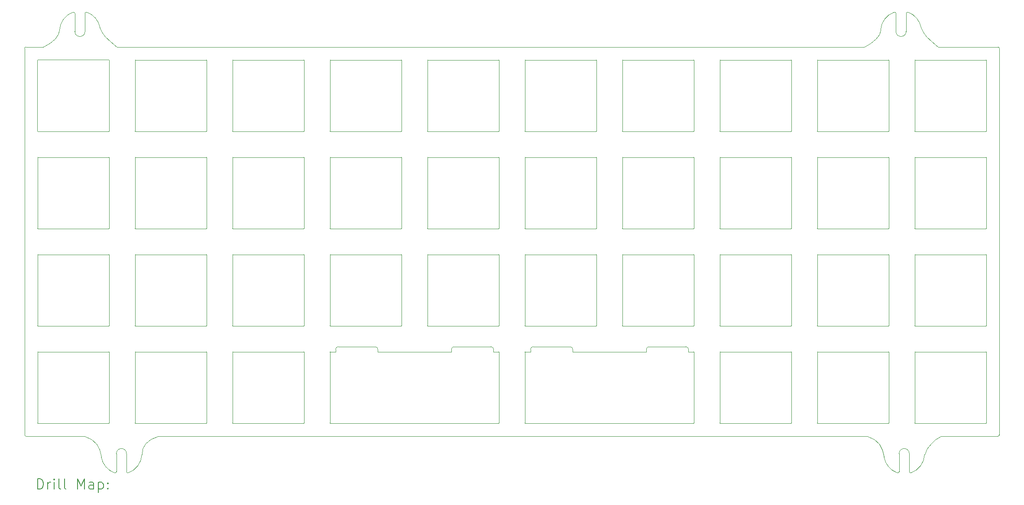
<source format=gbr>
%FSLAX45Y45*%
G04 Gerber Fmt 4.5, Leading zero omitted, Abs format (unit mm)*
G04 Created by KiCad (PCBNEW (6.0.0)) date 2023-02-08 23:36:18*
%MOMM*%
%LPD*%
G01*
G04 APERTURE LIST*
%TA.AperFunction,Profile*%
%ADD10C,0.100000*%
%TD*%
%ADD11C,0.200000*%
G04 APERTURE END LIST*
D10*
X12344000Y-8861000D02*
G75*
G03*
X12339000Y-8856000I-5000J0D01*
G01*
X7134000Y-12156000D02*
X7134000Y-10766000D01*
X19959000Y-6446000D02*
X18569000Y-6446000D01*
X6624000Y-8351000D02*
X5234000Y-8351000D01*
X18564000Y-6441000D02*
G75*
G03*
X18569000Y-6446000I5000J0D01*
G01*
X10439000Y-8861000D02*
G75*
G03*
X10434000Y-8856000I-5000J0D01*
G01*
X13370000Y-10661735D02*
X13609898Y-10661735D01*
X12339000Y-8351000D02*
X10949000Y-8351000D01*
X20469000Y-10251000D02*
X20469000Y-8861000D01*
X22268208Y-12755486D02*
X22268208Y-13109040D01*
X19959000Y-8351000D02*
G75*
G03*
X19964000Y-8346000I0J5000D01*
G01*
X20474000Y-5046000D02*
X21864000Y-5046000D01*
X22379000Y-8856000D02*
X23769000Y-8856000D01*
X19959000Y-12161000D02*
X18569000Y-12161000D01*
X8529000Y-10256000D02*
X7139000Y-10256000D01*
X12849000Y-10251000D02*
X12849000Y-8861000D01*
X7139000Y-5046000D02*
G75*
G03*
X7134000Y-5051000I0J-5000D01*
G01*
X10439000Y-6956000D02*
X10439000Y-8346000D01*
X22500959Y-4419755D02*
X22534224Y-4502062D01*
X22006669Y-4487100D02*
G75*
G03*
X22206669Y-4487100I100000J0D01*
G01*
X10434000Y-10256000D02*
G75*
G03*
X10439000Y-10251000I0J5000D01*
G01*
X16659000Y-8346000D02*
X16659000Y-6956000D01*
X10944000Y-8346000D02*
G75*
G03*
X10949000Y-8351000I5000J0D01*
G01*
X20469000Y-8346000D02*
X20469000Y-6956000D01*
X6445428Y-12682278D02*
X6382022Y-12566118D01*
X22616557Y-12664534D02*
X22685588Y-12567276D01*
X6624000Y-12161000D02*
G75*
G03*
X6629000Y-12156000I0J5000D01*
G01*
X6279856Y-12477054D02*
X6143251Y-12412064D01*
X6629000Y-8861000D02*
X6629000Y-10251000D01*
X18059000Y-6956000D02*
G75*
G03*
X18054000Y-6951000I-5000J0D01*
G01*
X16664000Y-6951000D02*
G75*
G03*
X16659000Y-6956000I0J-5000D01*
G01*
X21707104Y-4468455D02*
X21680358Y-4553888D01*
X23769000Y-8351000D02*
G75*
G03*
X23774000Y-8346000I0J5000D01*
G01*
X14754000Y-12156000D02*
G75*
G03*
X14759000Y-12161000I5000J0D01*
G01*
X7134000Y-6441000D02*
X7134000Y-5051000D01*
X14759000Y-5046000D02*
G75*
G03*
X14754000Y-5051000I0J-5000D01*
G01*
X20469000Y-12156000D02*
G75*
G03*
X20474000Y-12161000I5000J0D01*
G01*
X21864000Y-6446000D02*
X20474000Y-6446000D01*
X22567774Y-12774122D02*
X22616557Y-12664534D01*
X5234000Y-6951000D02*
G75*
G03*
X5229000Y-6956000I0J-5000D01*
G01*
X6968208Y-12755486D02*
X6968208Y-13109039D01*
X14244000Y-6446000D02*
X12854000Y-6446000D01*
X23769000Y-10256000D02*
G75*
G03*
X23774000Y-10251000I0J5000D01*
G01*
X6624000Y-10256000D02*
G75*
G03*
X6629000Y-10251000I0J5000D01*
G01*
X10439000Y-5051000D02*
G75*
G03*
X10434000Y-5046000I-5000J0D01*
G01*
X23769000Y-8351000D02*
X22379000Y-8351000D01*
X9039000Y-12156000D02*
G75*
G03*
X9044000Y-12161000I5000J0D01*
G01*
X16664000Y-6951000D02*
X18054000Y-6951000D01*
X22301541Y-13132610D02*
G75*
G03*
X22567774Y-12774122I-133333J377124D01*
G01*
X6624000Y-12161000D02*
X5234000Y-12161000D01*
X21869000Y-6956000D02*
X21869000Y-8346000D01*
X7139000Y-6951000D02*
X8529000Y-6951000D01*
X9039000Y-6441000D02*
X9039000Y-5051000D01*
X6626671Y-5050307D02*
X6626671Y-6440306D01*
X16664000Y-8856000D02*
X18054000Y-8856000D01*
X14248985Y-10766741D02*
G75*
G03*
X14243985Y-10761741I-5000J0D01*
G01*
X19959000Y-6446000D02*
G75*
G03*
X19964000Y-6441000I0J5000D01*
G01*
X16154000Y-6956000D02*
X16154000Y-8346000D01*
X19964000Y-8861000D02*
X19964000Y-10251000D01*
X18564000Y-12156000D02*
G75*
G03*
X18569000Y-12161000I5000J0D01*
G01*
X18054000Y-10256000D02*
X16664000Y-10256000D01*
X5001376Y-4792064D02*
G75*
G03*
X4976376Y-4817064I0J-25000D01*
G01*
X12339000Y-6446000D02*
X10949000Y-6446000D01*
X16664000Y-12161000D02*
X14759000Y-12161000D01*
X7139000Y-8856000D02*
G75*
G03*
X7134000Y-8861000I0J-5000D01*
G01*
X20474000Y-8856000D02*
G75*
G03*
X20469000Y-8861000I0J-5000D01*
G01*
X21869000Y-8861000D02*
G75*
G03*
X21864000Y-8856000I-5000J0D01*
G01*
X9039000Y-8346000D02*
X9039000Y-6956000D01*
X9044000Y-10761000D02*
G75*
G03*
X9039000Y-10766000I0J-5000D01*
G01*
X6190002Y-4109976D02*
G75*
G03*
X6156669Y-4133546I-8333J-23570D01*
G01*
X5226671Y-6440306D02*
X5226671Y-5050307D01*
X12849000Y-10251000D02*
G75*
G03*
X12854000Y-10256000I5000J0D01*
G01*
X20474000Y-5046000D02*
G75*
G03*
X20469000Y-5051000I0J-5000D01*
G01*
X6473920Y-12822845D02*
X6445428Y-12682278D01*
X21578872Y-12478477D02*
X21443251Y-12412064D01*
X6629000Y-10766000D02*
X6629000Y-12156000D01*
X8534000Y-8861000D02*
G75*
G03*
X8529000Y-8856000I-5000J0D01*
G01*
X22702839Y-4688700D02*
X22833712Y-4792064D01*
X16659000Y-10251000D02*
G75*
G03*
X16664000Y-10256000I5000J0D01*
G01*
X17952498Y-10711735D02*
X17952498Y-10761735D01*
X9044000Y-8856000D02*
G75*
G03*
X9039000Y-8861000I0J-5000D01*
G01*
X23769000Y-10256000D02*
X22379000Y-10256000D01*
X14142498Y-10711735D02*
G75*
G03*
X14092498Y-10661735I-50000J0D01*
G01*
X14754000Y-12156000D02*
X14753982Y-10766717D01*
X22374000Y-10251000D02*
X22374000Y-8861000D01*
X23774000Y-6956000D02*
X23774000Y-8346000D01*
X18054000Y-12161000D02*
G75*
G03*
X18059000Y-12156000I0J5000D01*
G01*
X14248985Y-10766741D02*
X14249000Y-12156000D01*
X22268208Y-12755486D02*
G75*
G03*
X22068208Y-12755496I-100000J0D01*
G01*
X12344000Y-6956000D02*
X12344000Y-8346000D01*
X14249000Y-6956000D02*
X14249000Y-8346000D01*
X5567438Y-4636293D02*
X5466569Y-4715519D01*
X10434000Y-12161000D02*
X9044000Y-12161000D01*
X12854000Y-6951000D02*
X14244000Y-6951000D01*
X21973336Y-4109976D02*
G75*
G03*
X21707103Y-4468467I133333J-377124D01*
G01*
X12339000Y-10256000D02*
G75*
G03*
X12344000Y-10251000I0J5000D01*
G01*
X21773918Y-12822834D02*
X21744467Y-12683683D01*
X6629000Y-6956000D02*
X6629000Y-8346000D01*
X5229000Y-8346000D02*
X5229000Y-6956000D01*
X6652839Y-4688700D02*
X6783712Y-4792064D01*
X8534000Y-10766000D02*
G75*
G03*
X8529000Y-10761000I-5000J0D01*
G01*
X11104898Y-10661735D02*
X11827400Y-10661735D01*
X10949000Y-5046000D02*
X12339000Y-5046000D01*
X6621671Y-6445306D02*
G75*
G03*
X6626671Y-6440306I0J5000D01*
G01*
X12854000Y-12161000D02*
X10949000Y-12161000D01*
X16664000Y-8856000D02*
G75*
G03*
X16659000Y-8861000I0J-5000D01*
G01*
X18569000Y-6951000D02*
X19959000Y-6951000D01*
X21869000Y-5051000D02*
G75*
G03*
X21864000Y-5046000I-5000J0D01*
G01*
X22034874Y-13132610D02*
G75*
G03*
X22068208Y-13109039I8333J23570D01*
G01*
X8529000Y-6446000D02*
X7139000Y-6446000D01*
X18564000Y-12156000D02*
X18564000Y-10766000D01*
X12339000Y-6446000D02*
G75*
G03*
X12344000Y-6441000I0J5000D01*
G01*
X23774000Y-8861000D02*
X23774000Y-10251000D01*
X22534224Y-4502062D02*
X22601099Y-4591620D01*
X21869372Y-10766000D02*
G75*
G03*
X21864372Y-10761000I-5000J0D01*
G01*
X18054000Y-6446000D02*
G75*
G03*
X18059000Y-6441000I0J5000D01*
G01*
X18059000Y-5051000D02*
G75*
G03*
X18054000Y-5046000I-5000J0D01*
G01*
X21864000Y-8351000D02*
X20474000Y-8351000D01*
X14759000Y-6951000D02*
G75*
G03*
X14754000Y-6956000I0J-5000D01*
G01*
X19959000Y-10256000D02*
X18569000Y-10256000D01*
X19964000Y-5051000D02*
G75*
G03*
X19959000Y-5046000I-5000J0D01*
G01*
X22379000Y-8856000D02*
G75*
G03*
X22374000Y-8861000I0J-5000D01*
G01*
X7139000Y-10761000D02*
X8529000Y-10761000D01*
X18054000Y-6446000D02*
X16664000Y-6446000D01*
X12849000Y-6441000D02*
X12849000Y-5051000D01*
X12854000Y-8856000D02*
G75*
G03*
X12849000Y-8861000I0J-5000D01*
G01*
X8534000Y-6956000D02*
G75*
G03*
X8529000Y-6951000I-5000J0D01*
G01*
X14244000Y-10256000D02*
X12854000Y-10256000D01*
X18054000Y-10256000D02*
G75*
G03*
X18059000Y-10251000I0J5000D01*
G01*
X18054000Y-12161000D02*
X16664000Y-12161000D01*
X10434000Y-6446000D02*
G75*
G03*
X10439000Y-6441000I0J5000D01*
G01*
X14759000Y-8856000D02*
G75*
G03*
X14754000Y-8861000I0J-5000D01*
G01*
X17419898Y-10661735D02*
X17902498Y-10661735D01*
X23774000Y-10766000D02*
G75*
G03*
X23769000Y-10761000I-5000J0D01*
G01*
X21864000Y-10256000D02*
X20474000Y-10256000D01*
X18059000Y-8861000D02*
X18059000Y-10251000D01*
X16149000Y-10256000D02*
X14759000Y-10256000D01*
X16154000Y-8861000D02*
X16154000Y-10251000D01*
X5466569Y-4715519D02*
X5333683Y-4792064D01*
X21773918Y-12822834D02*
G75*
G03*
X22034874Y-13132610I394290J67348D01*
G01*
X21680701Y-12568041D02*
X21578872Y-12478477D01*
X5229000Y-12156000D02*
X5229000Y-10766000D01*
X18564000Y-10251000D02*
X18564000Y-8861000D01*
X17180000Y-10661735D02*
G75*
G03*
X17130000Y-10711735I0J-50000D01*
G01*
X6624000Y-10256000D02*
X5234000Y-10256000D01*
X18569000Y-5046000D02*
X19959000Y-5046000D01*
X22379000Y-5046000D02*
G75*
G03*
X22374000Y-5051000I0J-5000D01*
G01*
X22006669Y-4487100D02*
X22006669Y-4133546D01*
X5001376Y-4792064D02*
X5333683Y-4792064D01*
X11054898Y-10761735D02*
X11054898Y-10711735D01*
X7139000Y-10761000D02*
G75*
G03*
X7134000Y-10766000I0J-5000D01*
G01*
X22833712Y-4792064D02*
X24001376Y-4792064D01*
X18569000Y-8856000D02*
X19959000Y-8856000D01*
X17952498Y-10761735D02*
X18053997Y-10761823D01*
X5956669Y-4133546D02*
G75*
G03*
X5923336Y-4109975I-25000J0D01*
G01*
X5956669Y-4487100D02*
X5956669Y-4133546D01*
X24001376Y-12412064D02*
G75*
G03*
X24026376Y-12387064I0J25000D01*
G01*
X22374000Y-12156000D02*
G75*
G03*
X22379000Y-12161000I5000J0D01*
G01*
X10439000Y-10766000D02*
X10439000Y-12156000D01*
X22374000Y-6441000D02*
G75*
G03*
X22379000Y-6446000I5000J0D01*
G01*
X14759000Y-8856000D02*
X16149000Y-8856000D01*
X8534000Y-10766000D02*
X8534000Y-12156000D01*
X20469000Y-8346000D02*
G75*
G03*
X20474000Y-8351000I5000J0D01*
G01*
X14249000Y-5051000D02*
X14249000Y-6441000D01*
X9044000Y-8856000D02*
X10434000Y-8856000D01*
X22068208Y-12755496D02*
X22068208Y-13109039D01*
X7139000Y-8856000D02*
X8529000Y-8856000D01*
X7134000Y-8346000D02*
X7134000Y-6956000D01*
X19964000Y-8861000D02*
G75*
G03*
X19959000Y-8856000I-5000J0D01*
G01*
X23769000Y-12161000D02*
X22379000Y-12161000D01*
X5234000Y-10761000D02*
X6624000Y-10761000D01*
X6629000Y-10766000D02*
G75*
G03*
X6624000Y-10761000I-5000J0D01*
G01*
X7134000Y-8346000D02*
G75*
G03*
X7139000Y-8351000I5000J0D01*
G01*
X10434000Y-8351000D02*
X9044000Y-8351000D01*
X6621671Y-6445306D02*
X5231671Y-6445306D01*
X21869000Y-6956000D02*
G75*
G03*
X21864000Y-6951000I-5000J0D01*
G01*
X6624000Y-8351000D02*
G75*
G03*
X6629000Y-8346000I0J5000D01*
G01*
X9039000Y-10251000D02*
G75*
G03*
X9044000Y-10256000I5000J0D01*
G01*
X10439000Y-6956000D02*
G75*
G03*
X10434000Y-6951000I-5000J0D01*
G01*
X20469000Y-12156000D02*
X20469000Y-10766000D01*
X20469000Y-6441000D02*
G75*
G03*
X20474000Y-6446000I5000J0D01*
G01*
X18569000Y-8856000D02*
G75*
G03*
X18564000Y-8861000I0J-5000D01*
G01*
X5234000Y-10761000D02*
G75*
G03*
X5229000Y-10766000I0J-5000D01*
G01*
X16149000Y-8351000D02*
X14759000Y-8351000D01*
X22374000Y-12156000D02*
X22374000Y-10766000D01*
X21864000Y-6446000D02*
G75*
G03*
X21869000Y-6441000I0J5000D01*
G01*
X8534000Y-5051000D02*
G75*
G03*
X8529000Y-5046000I-5000J0D01*
G01*
X18569000Y-6951000D02*
G75*
G03*
X18564000Y-6956000I0J-5000D01*
G01*
X4976376Y-12387064D02*
G75*
G03*
X5001376Y-12412064I25000J0D01*
G01*
X10434000Y-10256000D02*
X9044000Y-10256000D01*
X20469000Y-10251000D02*
G75*
G03*
X20474000Y-10256000I5000J0D01*
G01*
X17952498Y-10711735D02*
G75*
G03*
X17902498Y-10661735I-50000J0D01*
G01*
X9039000Y-6441000D02*
G75*
G03*
X9044000Y-6446000I5000J0D01*
G01*
X22374000Y-8346000D02*
X22374000Y-6956000D01*
X6626671Y-5050307D02*
G75*
G03*
X6621671Y-5045307I-5000J0D01*
G01*
X17180000Y-10661735D02*
X17419898Y-10661735D01*
X8529000Y-12161000D02*
G75*
G03*
X8534000Y-12156000I0J5000D01*
G01*
X21516569Y-4715519D02*
X21383683Y-4792064D01*
X21680358Y-4553888D02*
X21617438Y-4636293D01*
X6484224Y-4502062D02*
X6551099Y-4591620D01*
X6783712Y-4792064D02*
X21383683Y-4792064D01*
X18054000Y-8351000D02*
X16664000Y-8351000D01*
X21443251Y-12412064D02*
X7588191Y-12412064D01*
X22601099Y-4591620D02*
X22702839Y-4688700D01*
X10949000Y-6951000D02*
G75*
G03*
X10944000Y-6956000I0J-5000D01*
G01*
X23769000Y-12161000D02*
G75*
G03*
X23774000Y-12156000I0J5000D01*
G01*
X22500959Y-4419755D02*
G75*
G03*
X22240002Y-4109976I-394290J-67345D01*
G01*
X11104898Y-10661735D02*
G75*
G03*
X11054898Y-10711735I0J-50000D01*
G01*
X12339000Y-10256000D02*
X10949000Y-10256000D01*
X12849000Y-8346000D02*
G75*
G03*
X12854000Y-8351000I5000J0D01*
G01*
X12854000Y-6951000D02*
G75*
G03*
X12849000Y-6956000I0J-5000D01*
G01*
X21864000Y-10256000D02*
G75*
G03*
X21869000Y-10251000I0J5000D01*
G01*
X14249000Y-8861000D02*
X14249000Y-10251000D01*
X22374000Y-10251000D02*
G75*
G03*
X22379000Y-10256000I5000J0D01*
G01*
X23774000Y-6956000D02*
G75*
G03*
X23769000Y-6951000I-5000J0D01*
G01*
X10948982Y-10761725D02*
X11054898Y-10761735D01*
X5226671Y-6440306D02*
G75*
G03*
X5231671Y-6445306I5000J0D01*
G01*
X6156669Y-4487100D02*
X6156669Y-4133546D01*
X8534000Y-6956000D02*
X8534000Y-8346000D01*
X21869000Y-5051000D02*
X21869000Y-6441000D01*
X16154000Y-5051000D02*
G75*
G03*
X16149000Y-5046000I-5000J0D01*
G01*
X8529000Y-8351000D02*
G75*
G03*
X8534000Y-8346000I0J5000D01*
G01*
X9044000Y-5046000D02*
G75*
G03*
X9039000Y-5051000I0J-5000D01*
G01*
X16659000Y-6441000D02*
G75*
G03*
X16664000Y-6446000I5000J0D01*
G01*
X5231671Y-5045307D02*
G75*
G03*
X5226671Y-5050307I0J-5000D01*
G01*
X12344000Y-8861000D02*
X12344000Y-10251000D01*
X16149000Y-10256000D02*
G75*
G03*
X16154000Y-10251000I0J5000D01*
G01*
X10944000Y-12156000D02*
G75*
G03*
X10949000Y-12161000I5000J0D01*
G01*
X15687400Y-10711735D02*
X15687400Y-10761735D01*
X10948982Y-10761725D02*
G75*
G03*
X10943982Y-10766725I0J-5000D01*
G01*
X8534000Y-8861000D02*
X8534000Y-10251000D01*
X14249000Y-5051000D02*
G75*
G03*
X14244000Y-5046000I-5000J0D01*
G01*
X23774000Y-10766000D02*
X23774000Y-12156000D01*
X12344000Y-5051000D02*
X12344000Y-6441000D01*
X6450959Y-4419755D02*
X6484224Y-4502062D01*
X7139000Y-5046000D02*
X8529000Y-5046000D01*
X22206669Y-4487100D02*
X22206669Y-4133546D01*
X14754000Y-6441000D02*
X14754000Y-5051000D01*
X6629000Y-8861000D02*
G75*
G03*
X6624000Y-8856000I-5000J0D01*
G01*
X10434000Y-6446000D02*
X9044000Y-6446000D01*
X9044000Y-6951000D02*
X10434000Y-6951000D01*
X12854000Y-5046000D02*
G75*
G03*
X12849000Y-5051000I0J-5000D01*
G01*
X14914898Y-10661735D02*
G75*
G03*
X14864898Y-10711735I0J-50000D01*
G01*
X5657104Y-4468455D02*
X5630358Y-4553888D01*
X22379000Y-5046000D02*
X23769000Y-5046000D01*
X15687400Y-10761735D02*
X17130000Y-10761735D01*
X14244000Y-10256000D02*
G75*
G03*
X14249000Y-10251000I0J5000D01*
G01*
X21864000Y-12161000D02*
G75*
G03*
X21869000Y-12156000I0J5000D01*
G01*
X9044000Y-10761000D02*
X10434000Y-10761000D01*
X14758982Y-10761717D02*
X14864898Y-10761735D01*
X16149000Y-8351000D02*
G75*
G03*
X16154000Y-8346000I0J5000D01*
G01*
X22006669Y-4133546D02*
G75*
G03*
X21973336Y-4109976I-25000J0D01*
G01*
X19959000Y-12161000D02*
G75*
G03*
X19964000Y-12156000I0J5000D01*
G01*
X12344000Y-5051000D02*
G75*
G03*
X12339000Y-5046000I-5000J0D01*
G01*
X7134000Y-10251000D02*
X7134000Y-8861000D01*
X14754000Y-10251000D02*
X14754000Y-8861000D01*
X17130000Y-10761735D02*
X17130000Y-10711735D01*
X19959000Y-10256000D02*
G75*
G03*
X19964000Y-10251000I0J5000D01*
G01*
X5229000Y-10251000D02*
G75*
G03*
X5234000Y-10256000I5000J0D01*
G01*
X21869000Y-8861000D02*
X21869000Y-10251000D01*
X7001541Y-13132610D02*
G75*
G03*
X7267773Y-12774133I-133333J377124D01*
G01*
X7134000Y-10251000D02*
G75*
G03*
X7139000Y-10256000I5000J0D01*
G01*
X14244000Y-8351000D02*
X12854000Y-8351000D01*
X13320000Y-10761735D02*
X13320000Y-10711735D01*
X21617438Y-4636293D02*
X21516569Y-4715519D01*
X6768208Y-12755488D02*
X6768208Y-13109039D01*
X7134000Y-12156000D02*
G75*
G03*
X7139000Y-12161000I5000J0D01*
G01*
X16659000Y-6441000D02*
X16659000Y-5051000D01*
X22776993Y-12483644D02*
X22888191Y-12412064D01*
X9044000Y-6951000D02*
G75*
G03*
X9039000Y-6956000I0J-5000D01*
G01*
X5229000Y-12156000D02*
G75*
G03*
X5234000Y-12161000I5000J0D01*
G01*
X11877400Y-10711735D02*
G75*
G03*
X11827400Y-10661735I-50000J0D01*
G01*
X10944000Y-6441000D02*
G75*
G03*
X10949000Y-6446000I5000J0D01*
G01*
X23774000Y-5051000D02*
X23774000Y-6441000D01*
X14754000Y-6441000D02*
G75*
G03*
X14759000Y-6446000I5000J0D01*
G01*
X9044000Y-5046000D02*
X10434000Y-5046000D01*
X6382022Y-12566118D02*
X6279856Y-12477054D01*
X18059000Y-5051000D02*
X18059000Y-6441000D01*
X14249000Y-8861000D02*
G75*
G03*
X14244000Y-8856000I-5000J0D01*
G01*
X20474000Y-6951000D02*
X21864000Y-6951000D01*
X24001376Y-12412064D02*
X22888191Y-12412064D01*
X14754000Y-8346000D02*
X14754000Y-6956000D01*
X19964000Y-5051000D02*
X19964000Y-6441000D01*
X23769000Y-6446000D02*
G75*
G03*
X23774000Y-6441000I0J5000D01*
G01*
X19959000Y-8351000D02*
X18569000Y-8351000D01*
X14243985Y-10761741D02*
X14142498Y-10761735D01*
X19964000Y-6956000D02*
G75*
G03*
X19959000Y-6951000I-5000J0D01*
G01*
X14244000Y-12161000D02*
X12854000Y-12161000D01*
X14249000Y-6956000D02*
G75*
G03*
X14244000Y-6951000I-5000J0D01*
G01*
X18564000Y-6441000D02*
X18564000Y-5051000D01*
X22379000Y-10761000D02*
G75*
G03*
X22374000Y-10766000I0J-5000D01*
G01*
X7267773Y-12774133D02*
X7282933Y-12657328D01*
X13370000Y-10661735D02*
G75*
G03*
X13320000Y-10711735I0J-50000D01*
G01*
X8529000Y-12161000D02*
X7139000Y-12161000D01*
X14864898Y-10761735D02*
X14864898Y-10711735D01*
X19964000Y-6956000D02*
X19964000Y-8346000D01*
X5630358Y-4553888D02*
X5567438Y-4636293D01*
X16659000Y-10251000D02*
X16659000Y-8861000D01*
X6629000Y-6956000D02*
G75*
G03*
X6624000Y-6951000I-5000J0D01*
G01*
X10944000Y-10251000D02*
X10944000Y-8861000D01*
X18569000Y-10761000D02*
G75*
G03*
X18564000Y-10766000I0J-5000D01*
G01*
X20474000Y-8856000D02*
X21864000Y-8856000D01*
X10944000Y-10251000D02*
G75*
G03*
X10949000Y-10256000I5000J0D01*
G01*
X10944000Y-6441000D02*
X10944000Y-5051000D01*
X12344000Y-6956000D02*
G75*
G03*
X12339000Y-6951000I-5000J0D01*
G01*
X10439000Y-5051000D02*
X10439000Y-6441000D01*
X18058997Y-10766823D02*
G75*
G03*
X18053997Y-10761823I-5000J0D01*
G01*
X15687400Y-10711735D02*
G75*
G03*
X15637400Y-10661735I-50000J0D01*
G01*
X14244000Y-12161000D02*
G75*
G03*
X14249000Y-12156000I0J5000D01*
G01*
X5923336Y-4109975D02*
G75*
G03*
X5657102Y-4468467I133333J-377124D01*
G01*
X11877400Y-10711735D02*
X11877400Y-10761735D01*
X18564000Y-8346000D02*
X18564000Y-6956000D01*
X10949000Y-6951000D02*
X12339000Y-6951000D01*
X4976376Y-12387064D02*
X4976376Y-4817064D01*
X18569000Y-5046000D02*
G75*
G03*
X18564000Y-5051000I0J-5000D01*
G01*
X16149000Y-6446000D02*
X14759000Y-6446000D01*
X7340795Y-12557808D02*
X7444642Y-12476901D01*
X22268208Y-13109040D02*
G75*
G03*
X22301541Y-13132610I25000J0D01*
G01*
X14754000Y-8346000D02*
G75*
G03*
X14759000Y-8351000I5000J0D01*
G01*
X23774000Y-8861000D02*
G75*
G03*
X23769000Y-8856000I-5000J0D01*
G01*
X18059000Y-8861000D02*
G75*
G03*
X18054000Y-8856000I-5000J0D01*
G01*
X16664000Y-5046000D02*
X18054000Y-5046000D01*
X21869372Y-10766000D02*
X21869000Y-12156000D01*
X12854000Y-5046000D02*
X14244000Y-5046000D01*
X10949000Y-8856000D02*
X12339000Y-8856000D01*
X24026376Y-4817064D02*
G75*
G03*
X24001376Y-4792064I-25000J0D01*
G01*
X6734874Y-13132610D02*
G75*
G03*
X6768208Y-13109039I8333J23570D01*
G01*
X19964000Y-10766000D02*
X19964000Y-12156000D01*
X14244000Y-6446000D02*
G75*
G03*
X14249000Y-6441000I0J5000D01*
G01*
X22240002Y-4109976D02*
G75*
G03*
X22206669Y-4133546I-8333J-23570D01*
G01*
X6968208Y-12755486D02*
G75*
G03*
X6768208Y-12755488I-100000J0D01*
G01*
X14759000Y-6951000D02*
X16149000Y-6951000D01*
X18059000Y-6956000D02*
X18059000Y-8346000D01*
X16154000Y-8861000D02*
G75*
G03*
X16149000Y-8856000I-5000J0D01*
G01*
X11877400Y-10761735D02*
X13320000Y-10761735D01*
X7134000Y-6441000D02*
G75*
G03*
X7139000Y-6446000I5000J0D01*
G01*
X7444642Y-12476901D02*
X7588191Y-12412064D01*
X8529000Y-8351000D02*
X7139000Y-8351000D01*
X5231671Y-5045307D02*
X6621671Y-5045307D01*
X23769000Y-6446000D02*
X22379000Y-6446000D01*
X20474000Y-10761000D02*
X21864372Y-10761000D01*
X6473920Y-12822845D02*
G75*
G03*
X6734874Y-13132610I394288J67359D01*
G01*
X12339000Y-8351000D02*
G75*
G03*
X12344000Y-8346000I0J5000D01*
G01*
X14142498Y-10711735D02*
X14142498Y-10761735D01*
X10949000Y-8856000D02*
G75*
G03*
X10944000Y-8861000I0J-5000D01*
G01*
X10439000Y-10766000D02*
G75*
G03*
X10434000Y-10761000I-5000J0D01*
G01*
X16659000Y-8346000D02*
G75*
G03*
X16664000Y-8351000I5000J0D01*
G01*
X24026376Y-4817064D02*
X24026376Y-12387064D01*
X8529000Y-6446000D02*
G75*
G03*
X8534000Y-6441000I0J5000D01*
G01*
X12849000Y-8346000D02*
X12849000Y-6956000D01*
X10944000Y-8346000D02*
X10944000Y-6956000D01*
X14754000Y-10251000D02*
G75*
G03*
X14759000Y-10256000I5000J0D01*
G01*
X6143251Y-12412064D02*
X5001376Y-12412064D01*
X5956669Y-4487100D02*
G75*
G03*
X6156669Y-4487100I100000J0D01*
G01*
X5234000Y-8856000D02*
G75*
G03*
X5229000Y-8861000I0J-5000D01*
G01*
X5234000Y-8856000D02*
X6624000Y-8856000D01*
X8534000Y-5051000D02*
X8534000Y-6441000D01*
X19964000Y-10766000D02*
G75*
G03*
X19959000Y-10761000I-5000J0D01*
G01*
X22379000Y-6951000D02*
G75*
G03*
X22374000Y-6956000I0J-5000D01*
G01*
X21864000Y-8351000D02*
G75*
G03*
X21869000Y-8346000I0J5000D01*
G01*
X10439000Y-8861000D02*
X10439000Y-10251000D01*
X22374000Y-6441000D02*
X22374000Y-5051000D01*
X6968208Y-13109039D02*
G75*
G03*
X7001541Y-13132610I25000J0D01*
G01*
X22374000Y-8346000D02*
G75*
G03*
X22379000Y-8351000I5000J0D01*
G01*
X16664000Y-5046000D02*
G75*
G03*
X16659000Y-5051000I0J-5000D01*
G01*
X18054000Y-8351000D02*
G75*
G03*
X18059000Y-8346000I0J5000D01*
G01*
X23774000Y-5051000D02*
G75*
G03*
X23769000Y-5046000I-5000J0D01*
G01*
X12849000Y-6441000D02*
G75*
G03*
X12854000Y-6446000I5000J0D01*
G01*
X9039000Y-10251000D02*
X9039000Y-8861000D01*
X7139000Y-6951000D02*
G75*
G03*
X7134000Y-6956000I0J-5000D01*
G01*
X7282933Y-12657328D02*
X7340795Y-12557808D01*
X18564000Y-10251000D02*
G75*
G03*
X18569000Y-10256000I5000J0D01*
G01*
X13609898Y-10661735D02*
X14092498Y-10661735D01*
X8529000Y-10256000D02*
G75*
G03*
X8534000Y-10251000I0J5000D01*
G01*
X18058997Y-10766823D02*
X18059000Y-12156000D01*
X6450959Y-4419755D02*
G75*
G03*
X6190002Y-4109976I-394290J-67345D01*
G01*
X10944000Y-12156000D02*
X10943982Y-10766725D01*
X12854000Y-8856000D02*
X14244000Y-8856000D01*
X9039000Y-12156000D02*
X9039000Y-10766000D01*
X22379000Y-6951000D02*
X23769000Y-6951000D01*
X16149000Y-6446000D02*
G75*
G03*
X16154000Y-6441000I0J5000D01*
G01*
X22685588Y-12567276D02*
X22776993Y-12483644D01*
X6551099Y-4591620D02*
X6652839Y-4688700D01*
X10434000Y-8351000D02*
G75*
G03*
X10439000Y-8346000I0J5000D01*
G01*
X20474000Y-6951000D02*
G75*
G03*
X20469000Y-6956000I0J-5000D01*
G01*
X18564000Y-8346000D02*
G75*
G03*
X18569000Y-8351000I5000J0D01*
G01*
X9039000Y-8346000D02*
G75*
G03*
X9044000Y-8351000I5000J0D01*
G01*
X14758982Y-10761717D02*
G75*
G03*
X14753982Y-10766717I0J-5000D01*
G01*
X21864000Y-12161000D02*
X20474000Y-12161000D01*
X14244000Y-8351000D02*
G75*
G03*
X14249000Y-8346000I0J5000D01*
G01*
X5229000Y-10251000D02*
X5229000Y-8861000D01*
X5234000Y-6951000D02*
X6624000Y-6951000D01*
X22379000Y-10761000D02*
X23769000Y-10761000D01*
X14759000Y-5046000D02*
X16149000Y-5046000D01*
X10949000Y-5046000D02*
G75*
G03*
X10944000Y-5051000I0J-5000D01*
G01*
X5229000Y-8346000D02*
G75*
G03*
X5234000Y-8351000I5000J0D01*
G01*
X10434000Y-12161000D02*
G75*
G03*
X10439000Y-12156000I0J5000D01*
G01*
X18569000Y-10761000D02*
X19959000Y-10761000D01*
X20469000Y-6441000D02*
X20469000Y-5051000D01*
X14914898Y-10661735D02*
X15637400Y-10661735D01*
X16154000Y-5051000D02*
X16154000Y-6441000D01*
X21744467Y-12683683D02*
X21680701Y-12568041D01*
X16154000Y-6956000D02*
G75*
G03*
X16149000Y-6951000I-5000J0D01*
G01*
X20474000Y-10761000D02*
G75*
G03*
X20469000Y-10766000I0J-5000D01*
G01*
D11*
X5228995Y-13449516D02*
X5228995Y-13249516D01*
X5276614Y-13249516D01*
X5305186Y-13259040D01*
X5324233Y-13278088D01*
X5333757Y-13297135D01*
X5343281Y-13335230D01*
X5343281Y-13363802D01*
X5333757Y-13401897D01*
X5324233Y-13420945D01*
X5305186Y-13439992D01*
X5276614Y-13449516D01*
X5228995Y-13449516D01*
X5428995Y-13449516D02*
X5428995Y-13316183D01*
X5428995Y-13354278D02*
X5438519Y-13335230D01*
X5448043Y-13325707D01*
X5467090Y-13316183D01*
X5486138Y-13316183D01*
X5552805Y-13449516D02*
X5552805Y-13316183D01*
X5552805Y-13249516D02*
X5543281Y-13259040D01*
X5552805Y-13268564D01*
X5562328Y-13259040D01*
X5552805Y-13249516D01*
X5552805Y-13268564D01*
X5676614Y-13449516D02*
X5657566Y-13439992D01*
X5648043Y-13420945D01*
X5648043Y-13249516D01*
X5781376Y-13449516D02*
X5762328Y-13439992D01*
X5752805Y-13420945D01*
X5752805Y-13249516D01*
X6009947Y-13449516D02*
X6009947Y-13249516D01*
X6076614Y-13392373D01*
X6143281Y-13249516D01*
X6143281Y-13449516D01*
X6324233Y-13449516D02*
X6324233Y-13344754D01*
X6314709Y-13325707D01*
X6295662Y-13316183D01*
X6257566Y-13316183D01*
X6238519Y-13325707D01*
X6324233Y-13439992D02*
X6305186Y-13449516D01*
X6257566Y-13449516D01*
X6238519Y-13439992D01*
X6228995Y-13420945D01*
X6228995Y-13401897D01*
X6238519Y-13382850D01*
X6257566Y-13373326D01*
X6305186Y-13373326D01*
X6324233Y-13363802D01*
X6419471Y-13316183D02*
X6419471Y-13516183D01*
X6419471Y-13325707D02*
X6438519Y-13316183D01*
X6476614Y-13316183D01*
X6495662Y-13325707D01*
X6505186Y-13335230D01*
X6514709Y-13354278D01*
X6514709Y-13411421D01*
X6505186Y-13430469D01*
X6495662Y-13439992D01*
X6476614Y-13449516D01*
X6438519Y-13449516D01*
X6419471Y-13439992D01*
X6600424Y-13430469D02*
X6609947Y-13439992D01*
X6600424Y-13449516D01*
X6590900Y-13439992D01*
X6600424Y-13430469D01*
X6600424Y-13449516D01*
X6600424Y-13325707D02*
X6609947Y-13335230D01*
X6600424Y-13344754D01*
X6590900Y-13335230D01*
X6600424Y-13325707D01*
X6600424Y-13344754D01*
M02*

</source>
